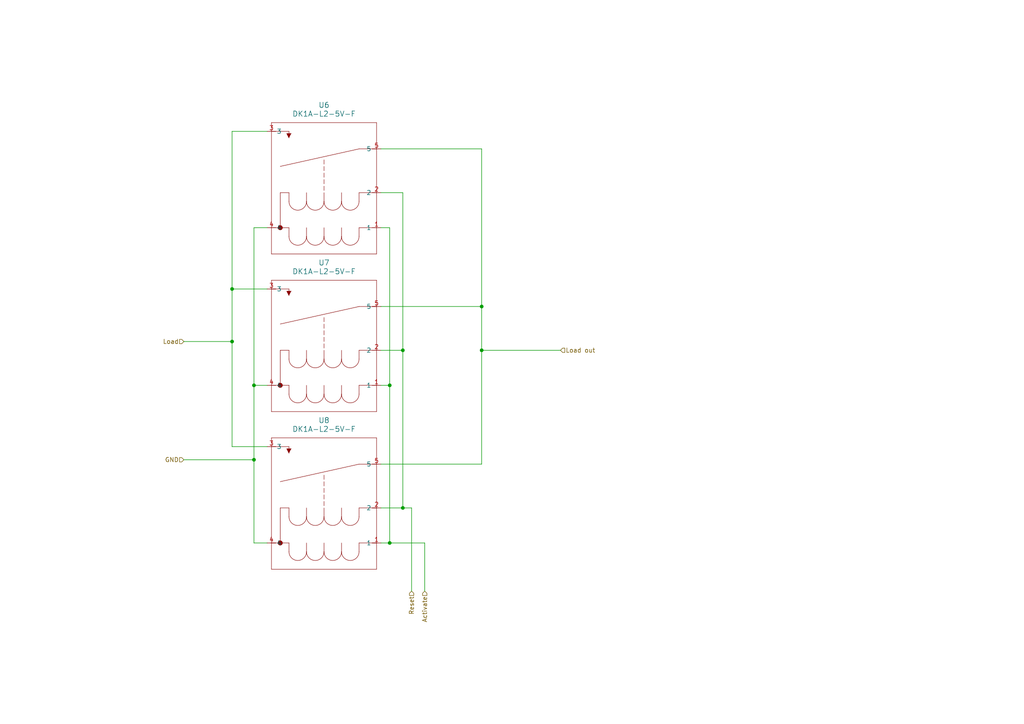
<source format=kicad_sch>
(kicad_sch (version 20231120) (generator "eeschema") (generator_version "8.0")
  (paper "A4")
  (lib_symbols
    (symbol "DK1A-L2-5V-F:DK1A-L2-5V-F" (pin_names (offset 0.254))
      (property "Reference" "U" (at 22.86 12.7 0))
      (property "Value" "DK1A-L2-5V-F" (at 22.86 7.62 0))
      (symbol "DK1A-L2-5V-F_0_1"
        (polyline (pts (xy 7.62 -30.48) (xy 38.1 -30.48)) (stroke (width 0.127)))
        (polyline (pts (xy 7.62 7.62) (xy 7.62 -30.48)) (stroke (width 0.127)))
        (polyline (pts (xy 12.7 -22.86) (xy 7.62 -22.86)) (stroke (width 0.127)))
        (polyline (pts (xy 12.7 -22.86) (xy 35.56 -17.78)) (stroke (width 0.127)))
        (polyline (pts (xy 12.7 -10.16) (xy 7.62 -10.16)) (stroke (width 0.127)))
        (polyline (pts (xy 12.7 -7.62) (xy 12.7 -10.16)) (stroke (width 0.127)))
        (polyline (pts (xy 12.7 0) (xy 7.62 0)) (stroke (width 0.127)))
        (polyline (pts (xy 12.7 2.54) (xy 12.7 0)) (stroke (width 0.127)))
        (polyline (pts (xy 17.78 -7.62) (xy 17.78 -10.16)) (stroke (width 0.127)))
        (polyline (pts (xy 17.78 2.54) (xy 17.78 0)) (stroke (width 0.127)))
        (polyline (pts (xy 22.86 -18.415) (xy 22.86 -19.685)) (stroke (width 0.127)))
        (polyline (pts (xy 22.86 -16.51) (xy 22.86 -17.78)) (stroke (width 0.127)))
        (polyline (pts (xy 22.86 -14.605) (xy 22.86 -15.875)) (stroke (width 0.127)))
        (polyline (pts (xy 22.86 -12.7) (xy 22.86 -13.97)) (stroke (width 0.127)))
        (polyline (pts (xy 22.86 -12.065) (xy 22.86 -10.795)) (stroke (width 0.127)))
        (polyline (pts (xy 22.86 -7.62) (xy 22.86 -10.16)) (stroke (width 0.127)))
        (polyline (pts (xy 22.86 2.54) (xy 22.86 0)) (stroke (width 0.127)))
        (polyline (pts (xy 27.94 -7.62) (xy 27.94 -10.16)) (stroke (width 0.127)))
        (polyline (pts (xy 27.94 2.54) (xy 27.94 0)) (stroke (width 0.127)))
        (polyline (pts (xy 33.02 -27.94) (xy 33.0256 -26.6711)) (stroke (width 0.127)))
        (polyline (pts (xy 33.02 -10.16) (xy 35.56 -10.16)) (stroke (width 0.127)))
        (polyline (pts (xy 33.02 -7.62) (xy 33.02 -10.16)) (stroke (width 0.127)))
        (polyline (pts (xy 33.02 0) (xy 38.1 0)) (stroke (width 0.127)))
        (polyline (pts (xy 33.02 2.54) (xy 33.02 0)) (stroke (width 0.127)))
        (polyline (pts (xy 35.56 0) (xy 35.56 -10.16)) (stroke (width 0.127)))
        (polyline (pts (xy 38.1 -30.48) (xy 38.1 7.62)) (stroke (width 0.127)))
        (polyline (pts (xy 38.1 -27.94) (xy 33.02 -27.94)) (stroke (width 0.127)))
        (polyline (pts (xy 38.1 7.62) (xy 7.62 7.62)) (stroke (width 0.127)))
        (polyline (pts (xy 32.385 -27.305) (xy 33.655 -27.305) (xy 33.02 -26.035)) (fill (type outline)))
        (arc (start 17.78 -7.62) (mid 15.24 -5.091) (end 12.7 -7.62) (stroke (width 0.127)))
        (arc (start 17.78 2.54) (mid 15.24 5.0689) (end 12.7 2.54) (stroke (width 0.127)))
        (arc (start 22.86 -7.62) (mid 20.32 -5.091) (end 17.78 -7.62) (stroke (width 0.127)))
        (arc (start 22.86 2.54) (mid 20.32 5.0689) (end 17.78 2.54) (stroke (width 0.127)))
        (arc (start 27.94 -7.62) (mid 25.4 -5.091) (end 22.86 -7.62) (stroke (width 0.127)))
        (arc (start 27.94 2.54) (mid 25.4 5.0689) (end 22.86 2.54) (stroke (width 0.127)))
        (arc (start 33.02 -7.62) (mid 30.48 -5.091) (end 27.94 -7.62) (stroke (width 0.127)))
        (arc (start 33.02 2.54) (mid 30.48 5.0689) (end 27.94 2.54) (stroke (width 0.127)))
        (arc (start 35.5523 -0.0703) (mid 35.5535 -0.0706) (end 35.5547 -0.0708) (stroke (width 0.127)))
        (circle (center 35.5544 0) (radius 0.127) (stroke (width 0.127)))
        (circle (center 35.56 0) (radius 0.4572) (stroke (width 0.508)))
        (circle (center 35.564 -0.021) (radius 0.254) (stroke (width 0.127)))
        (circle (center 35.5647 -0.0107) (radius 0.2032) (stroke (width 0.127)))
      )
      (symbol "DK1A-L2-5V-F_1_1"
        (pin input line (at 6.35 0 0) (length 2.54) (name "1") (number "1"))
        (pin input line (at 6.35 -10.16 0) (length 2.54) (name "2") (number "2"))
        (pin input line (at 39.37 -27.94 180) (length 2.54) (name "3") (number "3"))
        (pin output line (at 39.37 0 180) (length 2.54) (name "4") (number "4"))
        (pin output line (at 6.35 -22.86 0) (length 2.54) (name "5") (number "5"))
      )
    )
  )
  (junction (at 116.84 147.32))
  (junction (at 139.7 101.6))
  (junction (at 73.66 111.76))
  (junction (at 139.7 88.9))
  (junction (at 113.03 111.76))
  (junction (at 67.31 83.82))
  (junction (at 73.66 133.35))
  (junction (at 113.03 157.48))
  (junction (at 67.31 99.06))
  (junction (at 116.84 101.6))
  (wire (pts (xy 77.47 38.1) (xy 67.31 38.1)))
  (wire (pts (xy 53.34 133.35) (xy 73.66 133.35)))
  (wire (pts (xy 139.7 88.9) (xy 110.49 88.9)))
  (wire (pts (xy 110.49 157.48) (xy 113.03 157.48)))
  (wire (pts (xy 116.84 55.88) (xy 116.84 101.6)))
  (wire (pts (xy 139.7 101.6) (xy 139.7 88.9)))
  (wire (pts (xy 119.38 171.45) (xy 119.38 147.32)))
  (wire (pts (xy 123.19 171.45) (xy 123.19 157.48)))
  (wire (pts (xy 113.03 111.76) (xy 110.49 111.76)))
  (wire (pts (xy 73.66 66.04) (xy 73.66 111.76)))
  (wire (pts (xy 77.47 129.54) (xy 67.31 129.54)))
  (wire (pts (xy 110.49 147.32) (xy 116.84 147.32)))
  (wire (pts (xy 77.47 66.04) (xy 73.66 66.04)))
  (wire (pts (xy 110.49 134.62) (xy 139.7 134.62)))
  (wire (pts (xy 67.31 38.1) (xy 67.31 83.82)))
  (wire (pts (xy 73.66 133.35) (xy 73.66 111.76)))
  (wire (pts (xy 110.49 55.88) (xy 116.84 55.88)))
  (wire (pts (xy 139.7 43.18) (xy 139.7 88.9)))
  (wire (pts (xy 113.03 157.48) (xy 113.03 111.76)))
  (wire (pts (xy 139.7 134.62) (xy 139.7 101.6)))
  (wire (pts (xy 110.49 66.04) (xy 113.03 66.04)))
  (wire (pts (xy 123.19 157.48) (xy 113.03 157.48)))
  (wire (pts (xy 77.47 157.48) (xy 73.66 157.48)))
  (wire (pts (xy 116.84 101.6) (xy 110.49 101.6)))
  (wire (pts (xy 73.66 157.48) (xy 73.66 133.35)))
  (wire (pts (xy 73.66 111.76) (xy 77.47 111.76)))
  (wire (pts (xy 67.31 99.06) (xy 67.31 83.82)))
  (wire (pts (xy 119.38 147.32) (xy 116.84 147.32)))
  (wire (pts (xy 67.31 129.54) (xy 67.31 99.06)))
  (wire (pts (xy 67.31 83.82) (xy 77.47 83.82)))
  (wire (pts (xy 116.84 147.32) (xy 116.84 101.6)))
  (wire (pts (xy 113.03 66.04) (xy 113.03 111.76)))
  (wire (pts (xy 53.34 99.06) (xy 67.31 99.06)))
  (wire (pts (xy 139.7 101.6) (xy 162.56 101.6)))
  (wire (pts (xy 110.49 43.18) (xy 139.7 43.18)))
  (hierarchical_label "Load" (shape input) (at 53.34 99.06 180))
  (hierarchical_label "Reset" (shape input) (at 119.38 171.45 270))
  (hierarchical_label "GND" (shape input) (at 53.34 133.35 180))
  (hierarchical_label "Activate" (shape input) (at 123.19 171.45 270))
  (hierarchical_label "Load out" (shape input) (at 162.56 101.6 0))
  (symbol (lib_id "DK1A-L2-5V-F:DK1A-L2-5V-F") (at 116.84 66.04 180) (unit 1)
    (property "Reference" "U6" (at 93.98 30.48 0) (effects (font (size 1.524 1.524))))
    (property "Value" "DK1A-L2-5V-F" (at 93.98 33.02 0) (effects (font (size 1.524 1.524))))
    (property "Footprint" "RELAY_DK1A_L2_PAN" (effects (hide yes)))
    (property "Datasheet" "DK1A-L2-5V-F" (effects (hide yes)))
  )
  (symbol (lib_id "DK1A-L2-5V-F:DK1A-L2-5V-F") (at 116.84 157.48 180) (unit 1)
    (property "Reference" "U8" (at 93.98 121.92 0) (effects (font (size 1.524 1.524))))
    (property "Value" "DK1A-L2-5V-F" (at 93.98 124.46 0) (effects (font (size 1.524 1.524))))
    (property "Footprint" "RELAY_DK1A_L2_PAN" (effects (hide yes)))
    (property "Datasheet" "DK1A-L2-5V-F" (effects (hide yes)))
  )
  (symbol (lib_id "DK1A-L2-5V-F:DK1A-L2-5V-F") (at 116.84 111.76 180) (unit 1)
    (property "Reference" "U7" (at 93.98 76.2 0) (effects (font (size 1.524 1.524))))
    (property "Value" "DK1A-L2-5V-F" (at 93.98 78.74 0) (effects (font (size 1.524 1.524))))
    (property "Footprint" "RELAY_DK1A_L2_PAN" (effects (hide yes)))
    (property "Datasheet" "DK1A-L2-5V-F" (effects (hide yes)))
  )
)
</source>
